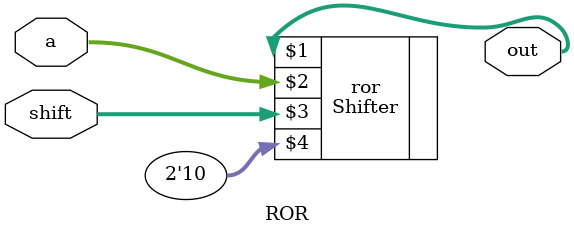
<source format=sv>
module ROR (
    input [15:0]a,
    input [3:0]shift,
    output [15:0]out
);
    
	Shifter ror(out, a, shift, 2'b10); 
	
	
	
/*     reg [15:0]stage[3:0];

    always@(*) begin
        case(shift[3])
            1'b0: stage[0] = a;
            1'b1: stage[0] = {a[7:0],a[15:8]};
            default: stage[0] = a;
        endcase // shift
        case(shift[2])
            1'b0: stage[1] = stage[0];
            1'b1: stage[1] = {stage[0][3:0],stage[0][15:4]};
            default: stage[1] = stage[0];
        endcase // shift
        case(shift[1])
            1'b0: stage[2] = stage[1];
            1'b1: stage[2] = {stage[1][1:0],stage[1][15:2]};
            default: stage[2] = stage[1];
        endcase // shift
        case(shift[0])
            1'b0: stage[3] = stage[2];
            1'b1: stage[3] = {stage[2][0],stage[2][15:1]};
            default: stage[3] = stage[2];
        endcase // shift
    end

    assign out = stage[3]; */
    
endmodule
</source>
